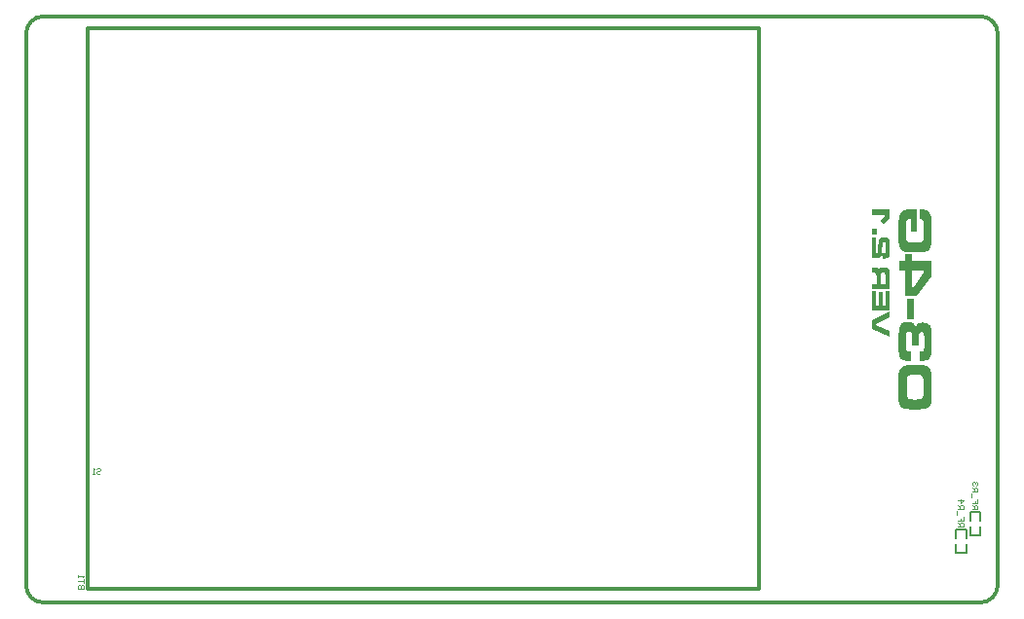
<source format=gbo>
G04*
G04 #@! TF.GenerationSoftware,Altium Limited,Altium Designer,23.11.1 (41)*
G04*
G04 Layer_Color=32896*
%FSLAX44Y44*%
%MOMM*%
G71*
G04*
G04 #@! TF.SameCoordinates,75591414-4071-49D5-B0AB-A97041D9CF16*
G04*
G04*
G04 #@! TF.FilePolarity,Positive*
G04*
G01*
G75*
%ADD10C,0.1000*%
%ADD12C,0.1500*%
%ADD13C,0.3000*%
G36*
X774093Y342009D02*
X774348Y341958D01*
X774398D01*
X774449D01*
Y322300D01*
X768796D01*
Y333606D01*
X768389Y333657D01*
X768185D01*
X768033D01*
X767982D01*
X767574D01*
X767167Y333606D01*
X766861Y333555D01*
X766607Y333504D01*
X766403Y333453D01*
X766250Y333402D01*
X766199Y333351D01*
X766148D01*
X765741Y333097D01*
X765486Y332842D01*
X765333Y332587D01*
X765283Y332536D01*
Y332485D01*
X765079Y331823D01*
X764977Y331161D01*
X764926Y330907D01*
X764875Y330652D01*
Y329328D01*
X764824Y328819D01*
Y321282D01*
X764875Y320416D01*
Y318379D01*
X764926Y317869D01*
Y316800D01*
X764977Y316596D01*
Y316138D01*
X765130Y315374D01*
X765283Y315068D01*
X765384Y314814D01*
X765486Y314610D01*
X765588Y314457D01*
X765690Y314355D01*
Y314305D01*
X765945Y314050D01*
X766250Y313846D01*
X766861Y313540D01*
X767167Y313439D01*
X767421Y313388D01*
X767574Y313337D01*
X767625D01*
X768236Y313286D01*
X769000Y313235D01*
X769815Y313184D01*
X770681D01*
X771394Y313133D01*
X772056D01*
X772260D01*
X772463D01*
X772565D01*
X772616D01*
X773736D01*
X774653Y313184D01*
X775468D01*
X776079Y313235D01*
X776537Y313286D01*
X776843D01*
X777047Y313337D01*
X777098D01*
X777556Y313439D01*
X777963Y313591D01*
X778269Y313744D01*
X778524Y313897D01*
X778727Y314050D01*
X778880Y314203D01*
X778982Y314254D01*
Y314305D01*
X779186Y314610D01*
X779338Y315017D01*
X779593Y315883D01*
X779644Y316291D01*
X779695Y316596D01*
X779746Y316800D01*
Y316902D01*
X779797Y317309D01*
X779848Y317717D01*
X779899Y318735D01*
X779949Y319805D01*
Y320823D01*
X780001Y321791D01*
Y326069D01*
X779949Y327138D01*
Y328004D01*
X779899Y328717D01*
Y329226D01*
X779848Y329532D01*
Y329633D01*
X779797Y330448D01*
X779695Y331059D01*
X779593Y331620D01*
X779491Y332027D01*
X779389Y332333D01*
X779338Y332536D01*
X779237Y332638D01*
Y332689D01*
X778982Y332893D01*
X778778Y333046D01*
X778575Y333147D01*
X778524D01*
X778320Y333198D01*
X778116Y333249D01*
X777607Y333300D01*
X777352Y333351D01*
X777149D01*
X776996D01*
X776945D01*
Y341958D01*
X777963D01*
X778880Y341907D01*
X779695Y341856D01*
X780306Y341805D01*
X780866Y341703D01*
X781223Y341652D01*
X781477Y341601D01*
X781528D01*
X782139Y341449D01*
X782700Y341245D01*
X783158Y340990D01*
X783616Y340736D01*
X784380Y340074D01*
X784991Y339412D01*
X785399Y338749D01*
X785704Y338189D01*
X785806Y337985D01*
X785857Y337833D01*
X785908Y337731D01*
Y337680D01*
X786112Y336865D01*
X786315Y335999D01*
X786468Y335134D01*
X786570Y334370D01*
X786672Y333606D01*
X786723Y333046D01*
Y332842D01*
X786774Y332689D01*
Y332536D01*
X786825Y331925D01*
X786876Y331263D01*
X786977Y329888D01*
X787028Y328513D01*
Y327138D01*
X787079Y326527D01*
Y322453D01*
X787028Y320925D01*
Y319499D01*
X786977Y318175D01*
X786876Y317004D01*
X786825Y315883D01*
X786774Y314916D01*
X786672Y314050D01*
X786621Y313235D01*
X786519Y312573D01*
X786468Y312013D01*
X786417Y311554D01*
X786366Y311198D01*
X786315Y310943D01*
X786264Y310791D01*
Y310740D01*
X786112Y310027D01*
X785908Y309364D01*
X785653Y308753D01*
X785348Y308244D01*
X785042Y307735D01*
X784737Y307327D01*
X784380Y306920D01*
X784024Y306614D01*
X783362Y306105D01*
X782802Y305749D01*
X782598Y305647D01*
X782445Y305545D01*
X782343Y305494D01*
X782292D01*
X781121Y305138D01*
X780510Y304985D01*
X779949Y304883D01*
X779491Y304832D01*
X779135Y304781D01*
X778880Y304730D01*
X778778D01*
X777963Y304679D01*
X777047Y304628D01*
X776079Y304577D01*
X775162D01*
X774297Y304527D01*
X773940D01*
X773635D01*
X773329D01*
X773125D01*
X773024D01*
X772972D01*
X771954D01*
X770986D01*
X770172D01*
X769357Y304577D01*
X768695D01*
X768033D01*
X767523Y304628D01*
X767014D01*
X766607D01*
X766250Y304679D01*
X765945D01*
X765741D01*
X765537Y304730D01*
X765435D01*
X765333D01*
X764621Y304832D01*
X763959Y304985D01*
X763398Y305138D01*
X762940Y305290D01*
X762533Y305443D01*
X762278Y305545D01*
X762074Y305596D01*
X762023Y305647D01*
X761565Y305902D01*
X761158Y306207D01*
X760801Y306513D01*
X760495Y306818D01*
X760241Y307073D01*
X760088Y307276D01*
X759986Y307429D01*
X759935Y307480D01*
X759528Y308193D01*
X759222Y308957D01*
X758917Y309772D01*
X758713Y310536D01*
X758560Y311249D01*
X758458Y311758D01*
Y311962D01*
X758407Y312115D01*
Y312267D01*
X758356Y312878D01*
X758255Y313591D01*
X758204Y314355D01*
X758153Y315170D01*
X758102Y316902D01*
X758051Y318582D01*
Y319397D01*
X758000Y320161D01*
Y325508D01*
X758051Y326374D01*
Y327851D01*
X758102Y328462D01*
Y329532D01*
X758153Y329990D01*
Y330652D01*
X758204Y330856D01*
Y331161D01*
X758255Y332180D01*
X758356Y333147D01*
X758458Y334013D01*
X758509Y334726D01*
X758611Y335337D01*
X758662Y335796D01*
X758713Y336050D01*
Y336152D01*
X758968Y337069D01*
X759273Y337833D01*
X759630Y338546D01*
X760088Y339157D01*
X760546Y339717D01*
X761056Y340124D01*
X761565Y340532D01*
X762074Y340837D01*
X762533Y341092D01*
X763042Y341296D01*
X763449Y341449D01*
X763857Y341550D01*
X764162Y341652D01*
X764417D01*
X764570Y341703D01*
X764621D01*
X765232Y341754D01*
X765894Y341805D01*
X767320Y341907D01*
X768796Y341958D01*
X770273Y342009D01*
X770936D01*
X771598Y342060D01*
X772158D01*
X772667D01*
X773074D01*
X773380D01*
X773584D01*
X773635D01*
X773686D01*
X773787D01*
X774093Y342009D01*
D02*
G37*
G36*
X770019Y297397D02*
X786672D01*
Y283392D01*
X774449Y266586D01*
X763653D01*
Y289197D01*
X758407D01*
Y297397D01*
X763653D01*
Y302846D01*
X770019D01*
Y297397D01*
D02*
G37*
G36*
X771445Y246724D02*
X765741D01*
Y264600D01*
X771445D01*
Y246724D01*
D02*
G37*
G36*
X767676Y244076D02*
X768287Y243974D01*
X768796Y243923D01*
X769204Y243822D01*
X769459Y243720D01*
X769662Y243669D01*
X769713D01*
X770172Y243516D01*
X770579Y243261D01*
X770936Y243058D01*
X771190Y242854D01*
X771445Y242599D01*
X771598Y242446D01*
X771648Y242345D01*
X771699Y242294D01*
X771903Y241886D01*
X772158Y241428D01*
X772361Y240868D01*
X772514Y240308D01*
X772667Y239798D01*
X772769Y239391D01*
X772871Y239085D01*
Y238983D01*
X773125Y239900D01*
X773380Y240613D01*
X773686Y241275D01*
X773991Y241733D01*
X774297Y242090D01*
X774500Y242345D01*
X774653Y242497D01*
X774704Y242548D01*
X775264Y242905D01*
X775926Y243159D01*
X776690Y243312D01*
X777403Y243465D01*
X778065Y243516D01*
X778575Y243567D01*
X778778D01*
X778931D01*
X779033D01*
X779084D01*
X780001D01*
X780764Y243465D01*
X781477Y243363D01*
X782038Y243261D01*
X782496Y243159D01*
X782852Y243058D01*
X783056Y243007D01*
X783107Y242956D01*
X783667Y242701D01*
X784126Y242395D01*
X784533Y242039D01*
X784890Y241733D01*
X785195Y241428D01*
X785399Y241173D01*
X785501Y240970D01*
X785552Y240919D01*
X785857Y240358D01*
X786061Y239747D01*
X786264Y239085D01*
X786417Y238423D01*
X786519Y237863D01*
X786621Y237405D01*
X786672Y237048D01*
Y236946D01*
X786723Y236437D01*
X786774Y235826D01*
X786876Y234502D01*
X786926Y233076D01*
X786977Y231650D01*
Y230988D01*
X787028Y230377D01*
Y225895D01*
X786977Y224826D01*
Y223807D01*
X786926Y222840D01*
X786876Y221974D01*
X786825Y221210D01*
Y220497D01*
X786774Y219886D01*
X786723Y219326D01*
X786672Y218867D01*
X786621Y218460D01*
Y218205D01*
X786570Y217951D01*
Y217798D01*
X786468Y216932D01*
X786315Y216168D01*
X786214Y215506D01*
X786061Y214946D01*
X785959Y214487D01*
X785857Y214182D01*
X785806Y213978D01*
X785755Y213927D01*
X785501Y213418D01*
X785246Y213011D01*
X784991Y212603D01*
X784737Y212298D01*
X784482Y212043D01*
X784278Y211839D01*
X784176Y211737D01*
X784126Y211686D01*
X783820Y211432D01*
X783413Y211228D01*
X782547Y210923D01*
X781630Y210668D01*
X780713Y210515D01*
X779848Y210413D01*
X779491D01*
X779186Y210362D01*
X778880D01*
X778676D01*
X778575D01*
X778524D01*
X776843Y210312D01*
Y218562D01*
X777454D01*
X777963Y218613D01*
X778320D01*
X778625D01*
X778829Y218664D01*
X778931D01*
X779033D01*
X779338Y218765D01*
X779542Y218918D01*
X779695Y219020D01*
X779746Y219071D01*
X779899Y219326D01*
X780051Y219580D01*
X780204Y220242D01*
X780306Y220548D01*
Y220802D01*
X780357Y221006D01*
Y221057D01*
X780408Y221363D01*
Y222178D01*
X780459Y222636D01*
Y223654D01*
X780510Y224724D01*
Y229256D01*
X780459Y230071D01*
Y230784D01*
X780408Y231446D01*
Y232006D01*
X780357Y232465D01*
X780306Y232872D01*
X780255Y233178D01*
Y233483D01*
X780204Y233687D01*
X780153Y233840D01*
X780102Y234044D01*
Y234094D01*
X779899Y234451D01*
X779644Y234757D01*
X779287Y234960D01*
X778982Y235062D01*
X778676Y235164D01*
X778422Y235215D01*
X778218D01*
X778167D01*
X777658Y235164D01*
X777250Y235062D01*
X776894Y234858D01*
X776639Y234706D01*
X776436Y234502D01*
X776334Y234298D01*
X776232Y234196D01*
Y234145D01*
X776079Y233687D01*
X775977Y233076D01*
X775875Y232363D01*
X775825Y231701D01*
Y231039D01*
X775773Y230479D01*
Y223451D01*
X769662D01*
Y230173D01*
X769611Y230886D01*
Y232108D01*
X769560Y232617D01*
Y233025D01*
X769510Y233432D01*
X769459Y233738D01*
Y233942D01*
X769408Y234298D01*
X769357Y234502D01*
Y234553D01*
X769153Y234960D01*
X768898Y235266D01*
X768542Y235469D01*
X768135Y235622D01*
X767778Y235724D01*
X767523Y235775D01*
X767320D01*
X767218D01*
X766759Y235724D01*
X766352Y235622D01*
X765995Y235520D01*
X765741Y235368D01*
X765588Y235164D01*
X765435Y235062D01*
X765384Y234960D01*
X765333Y234909D01*
X765130Y234451D01*
X764977Y233942D01*
X764926Y233738D01*
X764875Y233534D01*
Y232821D01*
X764824Y232465D01*
Y230937D01*
X764773Y229867D01*
Y228340D01*
X764722Y227932D01*
Y224928D01*
X764773Y224011D01*
Y222534D01*
X764824Y221974D01*
Y221057D01*
X764875Y220752D01*
Y220242D01*
X764926Y220089D01*
Y219886D01*
X765028Y219580D01*
X765130Y219326D01*
X765435Y218969D01*
X765639Y218765D01*
X765741Y218715D01*
X765995Y218613D01*
X766352Y218562D01*
X767116Y218511D01*
X767472Y218460D01*
X767778D01*
X767982D01*
X768033D01*
X768185D01*
X768389D01*
X768542Y218409D01*
X768593D01*
Y210210D01*
X767371D01*
X766352Y210261D01*
X765486Y210312D01*
X764722Y210362D01*
X764162Y210413D01*
X763755Y210464D01*
X763551Y210515D01*
X763449D01*
X762787Y210668D01*
X762227Y210872D01*
X761667Y211126D01*
X761208Y211432D01*
X760750Y211788D01*
X760394Y212145D01*
X759782Y212909D01*
X759324Y213622D01*
X759018Y214233D01*
X758917Y214487D01*
X758866Y214691D01*
X758815Y214793D01*
Y214844D01*
X758560Y216117D01*
X758458Y216728D01*
X758407Y217288D01*
X758306Y217798D01*
Y218154D01*
X758255Y218358D01*
Y218460D01*
X758204Y219224D01*
X758153Y220140D01*
X758102Y221057D01*
Y221974D01*
X758051Y222840D01*
Y225946D01*
X758102Y227627D01*
Y229154D01*
X758153Y230529D01*
X758204Y231803D01*
X758255Y232923D01*
X758306Y233942D01*
X758356Y234807D01*
X758407Y235571D01*
X758458Y236233D01*
Y236743D01*
X758509Y237201D01*
X758560Y237507D01*
X758611Y237761D01*
Y237914D01*
X758764Y238576D01*
X758917Y239187D01*
X759273Y240257D01*
X759681Y241122D01*
X760139Y241835D01*
X760495Y242345D01*
X760852Y242752D01*
X761056Y242956D01*
X761158Y243007D01*
X761820Y243363D01*
X762583Y243669D01*
X763449Y243872D01*
X764264Y243974D01*
X765028Y244076D01*
X765639Y244127D01*
X765843D01*
X766047D01*
X766148D01*
X766199D01*
X767014D01*
X767676Y244076D01*
D02*
G37*
G36*
X774806Y206747D02*
X775825D01*
X776792Y206696D01*
X777607Y206594D01*
X778371Y206543D01*
X779084Y206492D01*
X779695Y206390D01*
X780204Y206339D01*
X780663Y206237D01*
X781070Y206186D01*
X781376Y206136D01*
X781579Y206085D01*
X781732Y206034D01*
X781834Y205983D01*
X781885D01*
X782598Y205728D01*
X783260Y205422D01*
X783820Y205015D01*
X784329Y204557D01*
X784788Y204098D01*
X785195Y203589D01*
X785501Y203029D01*
X785806Y202520D01*
X786214Y201552D01*
X786366Y201094D01*
X786468Y200737D01*
X786519Y200381D01*
X786570Y200126D01*
X786621Y199973D01*
Y199922D01*
X786723Y199209D01*
X786774Y198395D01*
X786825Y197478D01*
X786876Y196510D01*
X786977Y194422D01*
X787028Y192334D01*
Y191367D01*
X787079Y190450D01*
Y184186D01*
X787028Y182760D01*
Y181538D01*
X786977Y180366D01*
X786926Y179348D01*
X786876Y178431D01*
Y177616D01*
X786825Y176903D01*
X786774Y176343D01*
X786723Y175834D01*
X786672Y175427D01*
Y175121D01*
X786621Y174917D01*
Y174764D01*
X786468Y173899D01*
X786214Y173084D01*
X785959Y172371D01*
X785602Y171760D01*
X785246Y171149D01*
X784838Y170690D01*
X784431Y170232D01*
X784024Y169876D01*
X783616Y169570D01*
X783209Y169315D01*
X782852Y169112D01*
X782547Y168959D01*
X782241Y168857D01*
X782038Y168755D01*
X781936Y168704D01*
X781885D01*
X781325Y168551D01*
X780713Y168449D01*
X780001Y168348D01*
X779287Y168246D01*
X777760Y168144D01*
X776232Y168042D01*
X775519Y167991D01*
X774857D01*
X774246Y167940D01*
X773736D01*
X773278D01*
X772972D01*
X772718D01*
X772667D01*
X771445D01*
X770324Y167991D01*
X769255D01*
X768338Y168042D01*
X767472Y168144D01*
X766658Y168195D01*
X765995Y168246D01*
X765384Y168348D01*
X764824Y168399D01*
X764366Y168449D01*
X764009Y168551D01*
X763704Y168602D01*
X763449Y168653D01*
X763296D01*
X763195Y168704D01*
X763144D01*
X762431Y168959D01*
X761769Y169264D01*
X761208Y169672D01*
X760699Y170130D01*
X760241Y170588D01*
X759833Y171098D01*
X759528Y171658D01*
X759273Y172167D01*
X758815Y173135D01*
X758662Y173593D01*
X758560Y174001D01*
X758509Y174306D01*
X758458Y174561D01*
X758407Y174713D01*
Y174764D01*
X758356Y175477D01*
X758255Y176292D01*
X758204Y177209D01*
X758153Y178177D01*
X758102Y180265D01*
X758051Y182404D01*
Y183371D01*
X758000Y184339D01*
Y190603D01*
X758051Y191978D01*
Y193200D01*
X758102Y194371D01*
X758153Y195390D01*
Y196307D01*
X758204Y197071D01*
X758255Y197784D01*
X758306Y198344D01*
Y198853D01*
X758356Y199260D01*
Y199566D01*
X758407Y199770D01*
Y199922D01*
X758560Y200788D01*
X758815Y201603D01*
X759070Y202316D01*
X759426Y202978D01*
X759782Y203538D01*
X760190Y203997D01*
X760597Y204455D01*
X761005Y204811D01*
X761412Y205117D01*
X761820Y205372D01*
X762176Y205575D01*
X762482Y205728D01*
X762787Y205830D01*
X762991Y205932D01*
X763093Y205983D01*
X763144D01*
X763704Y206136D01*
X764315Y206237D01*
X765028Y206339D01*
X765792Y206441D01*
X767320Y206594D01*
X768848Y206696D01*
X769611Y206747D01*
X770273D01*
X770884Y206798D01*
X771445D01*
X771903D01*
X772209D01*
X772463D01*
X772514D01*
X773736D01*
X774806Y206747D01*
D02*
G37*
G36*
X750408Y334619D02*
X745550Y328984D01*
X742524Y331593D01*
X746383Y336146D01*
Y337368D01*
X735000D01*
Y342060D01*
X750408D01*
Y334619D01*
D02*
G37*
G36*
X739109Y320350D02*
X735000D01*
Y325291D01*
X739109D01*
Y320350D01*
D02*
G37*
G36*
X738554Y303803D02*
X738776Y303831D01*
X738970Y303859D01*
X739137D01*
X739248Y303887D01*
X739331D01*
X739386Y303914D01*
X739442D01*
X739609Y303998D01*
X739747Y304137D01*
X739831Y304220D01*
X739858Y304275D01*
X739942Y304442D01*
X739997Y304664D01*
X740053Y304942D01*
X740108Y305247D01*
X740136Y305525D01*
X740164Y305774D01*
X740191Y305941D01*
Y305996D01*
X740219Y306302D01*
X740247Y306663D01*
X740275Y307107D01*
X740303Y307579D01*
X740358Y308079D01*
X740386Y308606D01*
X740441Y309661D01*
X740497Y310161D01*
X740525Y310633D01*
X740552Y311077D01*
Y311466D01*
X740580Y311799D01*
X740608Y312021D01*
Y312243D01*
X740664Y312965D01*
X740747Y313631D01*
X740858Y314214D01*
X740969Y314714D01*
X741052Y315103D01*
X741108Y315269D01*
X741135Y315408D01*
X741163Y315519D01*
X741191Y315602D01*
X741219Y315630D01*
Y315658D01*
X741357Y315935D01*
X741496Y316213D01*
X741691Y316435D01*
X741857Y316602D01*
X741996Y316768D01*
X742135Y316879D01*
X742218Y316935D01*
X742246Y316963D01*
X742690Y317213D01*
X743134Y317379D01*
X743301Y317435D01*
X743440Y317462D01*
X743551Y317490D01*
X743578D01*
X743884Y317546D01*
X744245Y317601D01*
X744606Y317629D01*
X744939D01*
X745244Y317657D01*
X745494D01*
X745661D01*
X745688D01*
X745716D01*
X746383D01*
X746965Y317601D01*
X747438Y317546D01*
X747826Y317490D01*
X748131Y317435D01*
X748354Y317379D01*
X748465Y317351D01*
X748520Y317323D01*
X748853Y317185D01*
X749131Y316990D01*
X749381Y316796D01*
X749575Y316630D01*
X749742Y316435D01*
X749853Y316296D01*
X749908Y316185D01*
X749936Y316157D01*
X750075Y315852D01*
X750214Y315519D01*
X750297Y315158D01*
X750380Y314825D01*
X750436Y314547D01*
X750463Y314297D01*
X750491Y314131D01*
Y314075D01*
X750519Y313798D01*
Y313437D01*
X750547Y313048D01*
Y312576D01*
X750575Y312104D01*
Y311604D01*
X750602Y310577D01*
Y306968D01*
X750575Y306469D01*
Y305580D01*
X750547Y305219D01*
Y304858D01*
X750519Y304553D01*
X750491Y304275D01*
Y304053D01*
X750463Y303831D01*
Y303554D01*
X750436Y303470D01*
Y303387D01*
X750352Y302832D01*
X750269Y302360D01*
X750186Y301943D01*
X750075Y301610D01*
X749992Y301332D01*
X749908Y301138D01*
X749881Y300999D01*
X749853Y300972D01*
X749575Y300527D01*
X749214Y300194D01*
X748826Y299917D01*
X748437Y299722D01*
X748076Y299583D01*
X747771Y299472D01*
X747660Y299445D01*
X747576D01*
X747521Y299417D01*
X747493D01*
X747104Y299361D01*
X746632Y299334D01*
X746188Y299306D01*
X745716D01*
X745328Y299278D01*
X744994D01*
X744856D01*
X744772D01*
X744717D01*
X744689D01*
Y303831D01*
X745105D01*
X745466D01*
X745744D01*
X745938Y303859D01*
X746105D01*
X746188D01*
X746244D01*
X746272D01*
X746494Y303914D01*
X746660Y303998D01*
X746771Y304081D01*
X746799Y304109D01*
X746882Y304247D01*
X746938Y304414D01*
X746993Y304636D01*
X747049Y304830D01*
X747077Y305053D01*
Y305219D01*
X747104Y305330D01*
Y305386D01*
X747132Y305608D01*
Y305830D01*
X747160Y306385D01*
X747188Y306996D01*
X747215Y307579D01*
Y310050D01*
X747188Y310466D01*
Y310855D01*
X747160Y311188D01*
Y311466D01*
X747132Y311716D01*
Y311910D01*
X747104Y312104D01*
X747077Y312243D01*
Y312354D01*
X747049Y312437D01*
X747021Y312521D01*
Y312548D01*
X746910Y312798D01*
X746771Y312993D01*
X746660Y313076D01*
X746632Y313104D01*
X746605D01*
X746494Y313159D01*
X746355Y313215D01*
X746022Y313242D01*
X745883Y313270D01*
X745772D01*
X745688D01*
X745661D01*
X745439D01*
X745244Y313242D01*
X745105Y313215D01*
X744967D01*
X744883Y313187D01*
X744828Y313159D01*
X744772Y313131D01*
X744606Y312993D01*
X744495Y312798D01*
X744411Y312632D01*
X744384Y312604D01*
Y312576D01*
X744300Y312243D01*
X744217Y311910D01*
X744189Y311771D01*
Y311660D01*
X744162Y311577D01*
Y311410D01*
X744134Y311216D01*
X744106Y310966D01*
Y310688D01*
X744078Y310383D01*
X744051Y310078D01*
X743995Y309411D01*
X743967Y308745D01*
X743939Y308467D01*
X743912Y308218D01*
Y307995D01*
X743884Y307829D01*
Y307690D01*
X743828Y307107D01*
X743801Y306552D01*
X743745Y306080D01*
X743717Y305663D01*
X743690Y305275D01*
X743662Y304942D01*
X743634Y304664D01*
X743606Y304442D01*
X743578Y304220D01*
Y304053D01*
X743551Y303914D01*
Y303831D01*
X743523Y303692D01*
Y303664D01*
X743440Y303137D01*
X743412Y302859D01*
X743356Y302637D01*
X743301Y302415D01*
X743273Y302249D01*
X743245Y302138D01*
Y302110D01*
X743134Y301721D01*
X742968Y301388D01*
X742801Y301083D01*
X742607Y300833D01*
X742385Y300583D01*
X742163Y300389D01*
X741941Y300222D01*
X741691Y300083D01*
X741274Y299861D01*
X741080Y299778D01*
X740913Y299722D01*
X740747Y299694D01*
X740636Y299667D01*
X740580Y299639D01*
X740552D01*
X740330Y299611D01*
X740053Y299583D01*
X739470Y299556D01*
X738859Y299500D01*
X738220D01*
X737665Y299472D01*
X737415D01*
X737193D01*
X736999D01*
X736860D01*
X736777D01*
X736749D01*
X736111D01*
X735805D01*
X735555Y299500D01*
X735333D01*
X735167D01*
X735028D01*
X735000D01*
Y317906D01*
X738554D01*
Y303803D01*
D02*
G37*
G36*
X746688Y291671D02*
X747188Y291616D01*
X747604Y291560D01*
X747909Y291505D01*
X748131Y291449D01*
X748243Y291421D01*
X748298Y291394D01*
X748631Y291255D01*
X748937Y291061D01*
X749186Y290866D01*
X749409Y290672D01*
X749575Y290478D01*
X749686Y290311D01*
X749770Y290200D01*
X749797Y290172D01*
X749936Y289895D01*
X750075Y289617D01*
X750158Y289367D01*
X750214Y289145D01*
X750269Y288951D01*
Y288784D01*
X750297Y288673D01*
Y288645D01*
X750325Y288451D01*
Y288229D01*
X750352Y287923D01*
Y287201D01*
X750380Y286785D01*
Y285564D01*
X750408Y285175D01*
Y272543D01*
X735000D01*
Y277235D01*
X738914D01*
Y284758D01*
X738887Y285064D01*
Y285341D01*
X738859Y285508D01*
Y285647D01*
X738831Y285702D01*
Y285730D01*
X738748Y286035D01*
X738609Y286258D01*
X738526Y286396D01*
X738470Y286452D01*
X738220Y286618D01*
X737943Y286730D01*
X737832Y286785D01*
X737721D01*
X737665Y286813D01*
X737637D01*
X737388Y286841D01*
X737110Y286868D01*
X736527Y286924D01*
X736249D01*
X736027D01*
X735861D01*
X735833D01*
X735805D01*
X735000D01*
Y291560D01*
X736416D01*
X736777D01*
X737110D01*
X737388D01*
X737665Y291532D01*
X737915D01*
X738109D01*
X738470Y291505D01*
X738720Y291477D01*
X738887D01*
X738998Y291449D01*
X739025D01*
X739470Y291338D01*
X739636Y291255D01*
X739803Y291171D01*
X739942Y291088D01*
X740025Y291033D01*
X740080Y291005D01*
X740108Y290977D01*
X740358Y290700D01*
X740552Y290366D01*
X740719Y290033D01*
X740830Y289672D01*
X740886Y289339D01*
X740941Y289089D01*
Y288978D01*
X740969Y288895D01*
Y288839D01*
X741052Y289284D01*
X741163Y289672D01*
X741274Y289978D01*
X741385Y290255D01*
X741496Y290450D01*
X741580Y290616D01*
X741635Y290700D01*
X741663Y290727D01*
X741857Y290922D01*
X742052Y291088D01*
X742274Y291227D01*
X742468Y291338D01*
X742635Y291394D01*
X742773Y291449D01*
X742885Y291505D01*
X742912D01*
X743245Y291588D01*
X743634Y291644D01*
X744051Y291671D01*
X744439Y291699D01*
X744828Y291727D01*
X745105D01*
X745217D01*
X745300D01*
X745355D01*
X745383D01*
X746077D01*
X746688Y291671D01*
D02*
G37*
G36*
X738692Y258551D02*
X741191D01*
Y270350D01*
X744578D01*
Y258551D01*
X746771D01*
Y270988D01*
X750408D01*
Y253915D01*
X735000D01*
Y271072D01*
X738692D01*
Y258551D01*
D02*
G37*
G36*
X750408Y247973D02*
X738887Y242421D01*
Y241533D01*
X750408Y235897D01*
Y230789D01*
X735000Y238368D01*
Y245586D01*
X750408Y253110D01*
Y247973D01*
D02*
G37*
%LPC*%
G36*
X780102Y289197D02*
X770019D01*
Y274276D01*
X771088D01*
X780102Y287415D01*
Y289197D01*
D02*
G37*
G36*
X772769Y198191D02*
X772260D01*
X772056D01*
X771903D01*
X771801D01*
X771750D01*
X770834D01*
X770070Y198140D01*
X769459Y198089D01*
X768898Y198038D01*
X768542Y197987D01*
X768236Y197936D01*
X768084Y197885D01*
X768033D01*
X767269Y197631D01*
X767014Y197478D01*
X766759Y197274D01*
X766556Y197121D01*
X766403Y196969D01*
X766352Y196918D01*
X766301Y196867D01*
X766097Y196510D01*
X765894Y196103D01*
X765690Y195288D01*
X765588Y194932D01*
X765537Y194626D01*
X765486Y194422D01*
Y193964D01*
X765435Y193506D01*
Y193047D01*
X765384Y192487D01*
Y191367D01*
X765333Y190195D01*
Y184644D01*
X765384Y183880D01*
Y182607D01*
X765435Y182047D01*
Y181181D01*
X765486Y180825D01*
Y180315D01*
X765537Y180112D01*
Y179908D01*
X765741Y179042D01*
X766097Y178329D01*
X766505Y177769D01*
X766912Y177362D01*
X767320Y177107D01*
X767676Y176903D01*
X767931Y176852D01*
X768033Y176802D01*
X768542Y176700D01*
X769102Y176649D01*
X769764Y176598D01*
X770375D01*
X770936Y176547D01*
X771394D01*
X771699D01*
X771750D01*
X771801D01*
X772565D01*
X773278D01*
X773940Y176598D01*
X774500D01*
X775010Y176649D01*
X775468Y176700D01*
X775875Y176751D01*
X776283Y176802D01*
X776843Y176852D01*
X777199Y176954D01*
X777454Y177005D01*
X777505D01*
X778014Y177260D01*
X778422Y177565D01*
X778727Y177871D01*
X778982Y178228D01*
X779186Y178584D01*
X779287Y178839D01*
X779389Y179042D01*
Y179093D01*
X779440Y179399D01*
X779491Y179857D01*
X779542Y180366D01*
X779593Y180978D01*
X779644Y181640D01*
Y182353D01*
X779695Y183779D01*
Y184441D01*
X779746Y185103D01*
Y190297D01*
X779695Y191061D01*
Y191774D01*
X779644Y192385D01*
Y193404D01*
X779593Y193811D01*
Y194117D01*
X779542Y194371D01*
Y194575D01*
X779491Y194728D01*
Y194932D01*
X779389Y195492D01*
X779237Y195950D01*
X779033Y196357D01*
X778880Y196663D01*
X778676Y196918D01*
X778524Y197071D01*
X778422Y197172D01*
X778371Y197223D01*
X778065Y197427D01*
X777760Y197529D01*
X777047Y197784D01*
X776741Y197834D01*
X776487Y197885D01*
X776283Y197936D01*
X776232D01*
X775621Y198038D01*
X774908Y198089D01*
X774195Y198140D01*
X773482D01*
X772769Y198191D01*
D02*
G37*
G36*
X744967Y287007D02*
X744828D01*
X744744D01*
X744717D01*
X744439D01*
X744217Y286979D01*
X743995Y286952D01*
X743856D01*
X743717Y286924D01*
X743634Y286896D01*
X743578Y286868D01*
X743551D01*
X743301Y286757D01*
X743134Y286618D01*
X743023Y286507D01*
X742996Y286480D01*
Y286452D01*
X742912Y286258D01*
X742857Y286063D01*
X742829Y285924D01*
Y285675D01*
X742801Y285397D01*
Y284731D01*
X742773Y284370D01*
Y277235D01*
X746549D01*
Y284370D01*
X746521Y284786D01*
Y285397D01*
X746494Y285564D01*
Y285758D01*
X746466Y286008D01*
X746410Y286202D01*
X746383Y286313D01*
X746355Y286369D01*
X746216Y286591D01*
X746022Y286730D01*
X745883Y286813D01*
X745855Y286841D01*
X745827D01*
X745688Y286896D01*
X745494Y286952D01*
X745133Y286979D01*
X744967Y287007D01*
D02*
G37*
%LPD*%
D10*
X809917Y66337D02*
X814916D01*
Y68836D01*
X814083Y69669D01*
X812417D01*
X811583Y68836D01*
Y66337D01*
Y68003D02*
X809917Y69669D01*
X814916Y74668D02*
Y71336D01*
X812417D01*
Y73002D01*
Y71336D01*
X809917D01*
X809084Y76334D02*
Y79666D01*
X809917Y81332D02*
X814916D01*
Y83831D01*
X814083Y84664D01*
X812417D01*
X811583Y83831D01*
Y81332D01*
Y82998D02*
X809917Y84664D01*
Y88830D02*
X814916D01*
X812417Y86331D01*
Y89663D01*
X821917Y81587D02*
X826916D01*
Y84086D01*
X826083Y84919D01*
X824417D01*
X823584Y84086D01*
Y81587D01*
Y83253D02*
X821917Y84919D01*
X826916Y89918D02*
Y86586D01*
X824417D01*
Y88252D01*
Y86586D01*
X821917D01*
X821084Y91584D02*
Y94916D01*
X821917Y96582D02*
X826916D01*
Y99081D01*
X826083Y99915D01*
X824417D01*
X823584Y99081D01*
Y96582D01*
Y98248D02*
X821917Y99915D01*
X826083Y101581D02*
X826916Y102414D01*
Y104080D01*
X826083Y104913D01*
X825250D01*
X824417Y104080D01*
Y103247D01*
Y104080D01*
X823584Y104913D01*
X822750D01*
X821917Y104080D01*
Y102414D01*
X822750Y101581D01*
X61500Y115916D02*
X62333Y116749D01*
X63999D01*
X64832Y115916D01*
Y115083D01*
X63999Y114250D01*
X62333D01*
X61500Y113417D01*
Y112584D01*
X62333Y111751D01*
X63999D01*
X64832Y112584D01*
X59834Y111751D02*
X58168D01*
X59001D01*
Y116749D01*
X59834Y115916D01*
X49748Y11750D02*
X44750D01*
Y14249D01*
X45583Y15082D01*
X46416D01*
X47249Y14249D01*
Y11750D01*
Y14249D01*
X48082Y15082D01*
X48915D01*
X49748Y14249D01*
Y11750D01*
Y16748D02*
Y20081D01*
Y18414D01*
X44750D01*
Y21747D02*
Y23413D01*
Y22580D01*
X49748D01*
X48915Y21747D01*
D12*
X808250Y56000D02*
Y63500D01*
X808250Y43500D02*
Y51250D01*
X817250Y43500D02*
Y51250D01*
X817250Y56000D02*
Y63500D01*
X808250Y43500D02*
X817250D01*
X808250Y63500D02*
X817250D01*
X820250Y78500D02*
X829250D01*
X820250Y58500D02*
X829250D01*
X829250Y71000D02*
Y78500D01*
X829250Y58500D02*
Y66250D01*
X820250Y58500D02*
Y66250D01*
X820250Y71000D02*
Y78500D01*
D13*
X53250Y12125D02*
X637000D01*
X53250D02*
Y499375D01*
X637000Y12125D02*
Y499375D01*
X53250D02*
X637000D01*
X844250Y495000D02*
G03*
X829250Y510000I-15000J0D01*
G01*
Y-0D02*
G03*
X844250Y15000I0J15000D01*
G01*
X0D02*
G03*
X15000Y-0I15000J0D01*
G01*
Y510000D02*
G03*
X0Y495000I0J-15000D01*
G01*
X15000Y510000D02*
X829250D01*
X844250Y15000D02*
Y495000D01*
X0Y15000D02*
Y495000D01*
X15000Y-0D02*
X829250D01*
M02*

</source>
